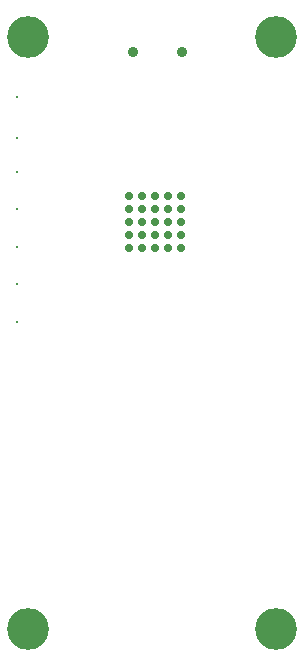
<source format=gbs>
G04*
G04 #@! TF.GenerationSoftware,Altium Limited,Altium Designer,20.0.9 (164)*
G04*
G04 Layer_Color=16711935*
%FSLAX25Y25*%
%MOIN*%
G70*
G01*
G75*
%ADD36C,0.03556*%
%ADD37C,0.02769*%
%ADD38C,0.13923*%
%ADD43C,0.00800*%
D36*
X144911Y302500D02*
D03*
X161250D02*
D03*
D37*
X143760Y237126D02*
D03*
Y241457D02*
D03*
Y245787D02*
D03*
Y250118D02*
D03*
Y254449D02*
D03*
X148091Y237126D02*
D03*
Y241457D02*
D03*
Y245787D02*
D03*
Y250118D02*
D03*
Y254449D02*
D03*
X152421Y237126D02*
D03*
Y241457D02*
D03*
Y245787D02*
D03*
Y250118D02*
D03*
Y254449D02*
D03*
X156752Y237126D02*
D03*
Y241457D02*
D03*
Y245787D02*
D03*
Y250118D02*
D03*
Y254449D02*
D03*
X161083Y237126D02*
D03*
Y241457D02*
D03*
Y245787D02*
D03*
Y250118D02*
D03*
Y254449D02*
D03*
D38*
X110000Y307500D02*
D03*
X192500D02*
D03*
Y110000D02*
D03*
X110000D02*
D03*
D43*
X106250Y212500D02*
D03*
Y225000D02*
D03*
Y237500D02*
D03*
Y250000D02*
D03*
Y262500D02*
D03*
Y273750D02*
D03*
Y287500D02*
D03*
M02*

</source>
